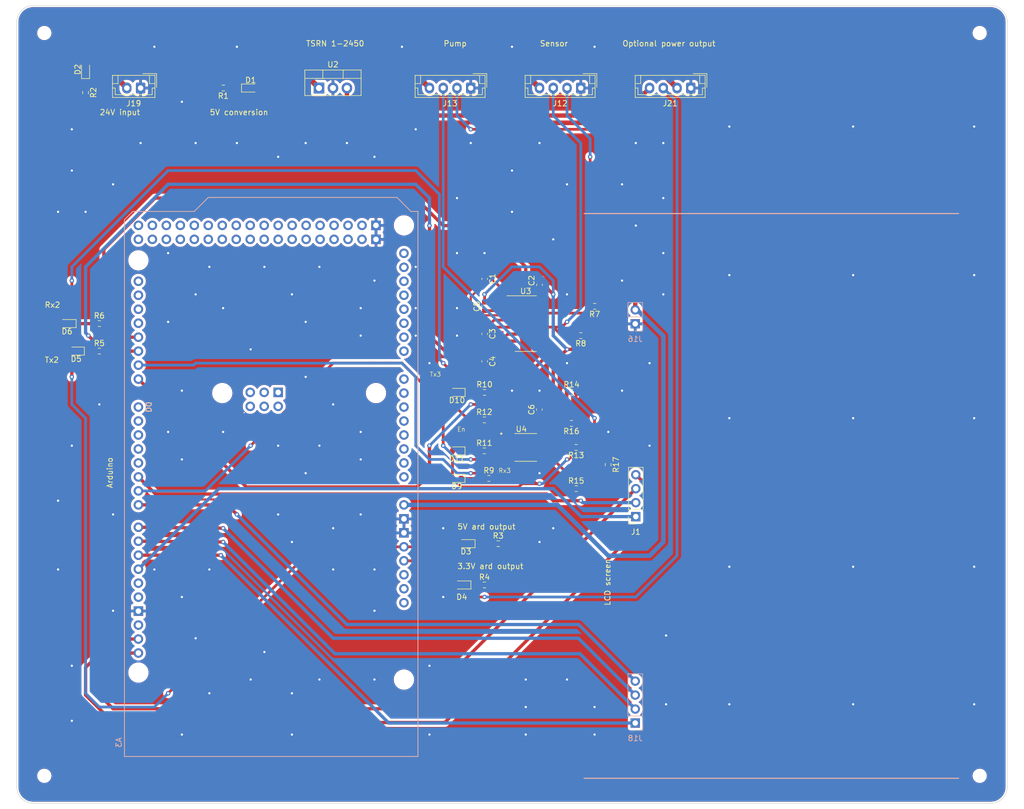
<source format=kicad_pcb>
(kicad_pcb (version 20221018) (generator pcbnew)
  (layers (0 "F.Cu" signal) (31 "B.Cu" signal) (34 "B.Paste" user) (35 "F.Paste" user) (36 "B.SilkS" user "B.Silkscreen") (37 "F.SilkS" user "F.Silkscreen") (38 "B.Mask" user) (39 "F.Mask" user) (44 "Edge.Cuts" user))
  (net 0 "")
  (net 1 "GND")
  (net 2 "/5Vard")
  (net 3 "/Rx2")
  (net 4 "/Tx2")
  (net 34 "/Tx3")
  (net 35 "/Rx3")
  (net 75 "/RES")
  (net 76 "/TxS")
  (net 77 "/RxS")
  (net 78 "+24V")
  (net 79 "/SCL")
  (net 80 "/SDA")
  (net 81 "Net-(D1-K)")
  (net 82 "Net-(D2-K)")
  (net 83 "Net-(D3-K)")
  (net 84 "Net-(D4-K)")
  (net 85 "+3.3V")
  (net 86 "/EN485")
  (net 87 "/Y0")
  (net 88 "/Y1")
  (net 89 "/Y2")
  (net 90 "/Y3")
  (net 91 "/5VExt")
  (net 94 "Net-(U3-C1+)")
  (net 95 "Net-(U3-C1-)")
  (net 96 "Net-(U3-C2+)")
  (net 97 "Net-(U3-C2-)")
  (net 98 "Net-(U3-VS-)")
  (net 99 "Net-(U3-VS+)")
  (net 100 "Net-(D5-K)")
  (net 101 "Net-(D6-K)")
  (net 102 "Net-(D9-K)")
  (net 103 "Net-(D10-K)")
  (net 104 "Net-(D11-K)")
  (net 105 "/SA0")
  (net 106 "/D+")
  (net 107 "/D-")
  (net 108 "/RS435adapter/D+chip")
  (net 109 "/RS435adapter/D-chip")
  (footprint "Connector_JST:JST_EH_B2B-EH-A_1x02_P2.50mm_Vertical" (layer "F.Cu") (at 197.5 87 180)
    (fp_text reference "J19")
    (fp_text value "Ext. versorgung conn")
  )
  (footprint "Package_TO_SOT_THT:TO-220-3_Vertical" (layer "F.Cu") (at 229.92 87)
    (fp_text reference "U2")
    (fp_text value "L7805")
  )
  (footprint "Resistor_SMD:R_0603_1608Metric" (layer "F.Cu") (at 276.65 152.313 180)
    (fp_text reference "R13")
    (fp_text value "4.7k")
  )
  (footprint "Connector_JST:JST_EH_B4B-EH-A_1x04_P2.50mm_Vertical" (layer "F.Cu") (at 277.5 87 180)
    (fp_text reference "J12")
    (fp_text value "Sensor")
  )
  (footprint "Resistor_SMD:R_0603_1608Metric" (layer "F.Cu") (at 190 129.813)
    (fp_text reference "R6")
    (fp_text value "1k")
  )
  (footprint "LED_SMD:LED_0603_1608Metric_Pad1.05x0.95mm_HandSolder" (layer "F.Cu") (at 184.125 129.813 180)
    (fp_text reference "D6")
    (fp_text value "LED")
  )
  (footprint "Capacitor_SMD:C_0603_1608Metric" (layer "F.Cu") (at 260.025 126.678 90)
    (fp_text reference "C5")
    (fp_text value "0.1u")
  )
  (footprint "LED_SMD:LED_0603_1608Metric_Pad1.05x0.95mm_HandSolder" (layer "F.Cu") (at 256.625 169.813 180)
    (fp_text reference "D3")
    (fp_text value "LED")
  )
  (footprint "Resistor_SMD:R_0603_1608Metric_Pad0.98x0.95mm_HandSolder" (layer "F.Cu") (at 260 177.313)
    (fp_text reference "R4")
    (fp_text value "1k")
  )
  (footprint "Capacitor_SMD:C_0603_1608Metric" (layer "F.Cu") (at 260.025 121.678 -90)
    (fp_text reference "C1")
    (fp_text value "0.1u")
  )
  (footprint "Package_SO:SOIC-16_3.9x9.9mm_P1.27mm" (layer "F.Cu") (at 267.5 129.813)
    (fp_text reference "U3")
    (fp_text value "MAX3232")
  )
  (footprint "LED_SMD:LED_0603_1608Metric" (layer "F.Cu") (at 254.975 152.948 180)
    (fp_text reference "D11")
    (fp_text value "LED")
  )
  (footprint "MountingHole:MountingHole_2.1mm" (layer "F.Cu") (at 180 77)
    (fp_text reference "REF**" hide)
    (fp_text value "MountingHole_2.1mm")
  )
  (footprint "Resistor_SMD:R_0603_1608Metric_Pad0.98x0.95mm_HandSolder" (layer "F.Cu") (at 262.5 169.813)
    (fp_text reference "R3")
    (fp_text value "1k")
  )
  (footprint "Resistor_SMD:R_0603_1608Metric" (layer "F.Cu") (at 275.825 142.313)
    (fp_text reference "R14")
    (fp_text value "4.7k")
  )
  (footprint "Resistor_SMD:R_0603_1608Metric" (layer "F.Cu") (at 260.8 157.948)
    (fp_text reference "R9")
    (fp_text value "1k")
  )
  (footprint "Resistor_SMD:R_0603_1608Metric_Pad0.98x0.95mm_HandSolder" (layer "F.Cu") (at 212.5375 87 180)
    (fp_text reference "R1")
    (fp_text value "1k")
  )
  (footprint "Resistor_SMD:R_0603_1608Metric" (layer "F.Cu") (at 277.5 132 180)
    (fp_text reference "R8")
    (fp_text value "4.7k")
  )
  (footprint "LED_SMD:LED_0603_1608Metric" (layer "F.Cu") (at 185.7875 134.813 180)
    (fp_text reference "D5")
    (fp_text value "LED")
  )
  (footprint "Resistor_SMD:R_0603_1608Metric" (layer "F.Cu") (at 259.975 152.948)
    (fp_text reference "R11")
    (fp_text value "1k")
  )
  (footprint "LED_SMD:LED_0603_1608Metric" (layer "F.Cu") (at 255 142.313 180)
    (fp_text reference "D10")
    (fp_text value "LED")
  )
  (footprint "MountingHole:MountingHole_2.1mm" (layer "F.Cu") (at 350 212)
    (fp_text reference "REF**" hide)
    (fp_text value "MountingHole_2.1mm")
  )
  (footprint "MountingHole:MountingHole_2.1mm" (layer "F.Cu") (at 350 77)
    (fp_text reference "REF**" hide)
    (fp_text value "MountingHole_2.1mm")
  )
  (footprint "Capacitor_SMD:C_0603_1608Metric" (layer "F.Cu") (at 270 122.775 90)
    (fp_text reference "C2")
    (fp_text value ".1u")
  )
  (footprint "LED_SMD:LED_0603_1608Metric_Pad1.05x0.95mm_HandSolder" (layer "F.Cu") (at 217.5 87)
    (fp_text reference "D1")
    (fp_text value "LED")
  )
  (footprint "Resistor_SMD:R_0603_1608Metric" (layer "F.Cu") (at 259.975 147.313)
    (fp_text reference "R12")
    (fp_text value "10k")
  )
  (footprint "Resistor_SMD:R_0603_1608Metric" (layer "F.Cu") (at 260 142.313)
    (fp_text reference "R10")
    (fp_text value "1k")
  )
  (footprint "Connector_JST:JST_EH_B4B-EH-A_1x04_P2.50mm_Vertical" (layer "F.Cu") (at 297.5 87 180)
    (fp_text reference "J21")
    (fp_text value "Versorgung(opt)")
  )
  (footprint "Capacitor_SMD:C_0603_1608Metric" (layer "F.Cu") (at 269.975 145.448 90)
    (fp_text reference "C6")
    (fp_text value ".1u")
  )
  (footprint "Connector_PinSocket_2.54mm:PinSocket_1x04_P2.54mm_Vertical" (layer "F.Cu") (at 287.5 164.893 180)
    (fp_text reference "J1")
    (fp_text value "Comms")
  )
  (footprint "LED_SMD:LED_0603_1608Metric" (layer "F.Cu") (at 254.975 157.948 180)
    (fp_text reference "D9")
    (fp_text value "LED")
  )
  (footprint "LED_SMD:LED_0603_1608Metric_Pad1.05x0.95mm_HandSolder" (layer "F.Cu") (at 255.875 177.313 180)
    (fp_text reference "D4")
    (fp_text value "LED")
  )
  (footprint "Resistor_SMD:R_0603_1608Metric" (layer "F.Cu") (at 280.025 126.678 180)
    (fp_text reference "R7")
    (fp_text value "4.7k")
  )
  (footprint "LED_SMD:LED_0603_1608Metric_Pad1.05x0.95mm_HandSolder" (layer "F.Cu") (at 187.5 83.625 90)
    (fp_text reference "D2")
    (fp_text value "LED")
  )
  (footprint "Resistor_SMD:R_0603_1608Metric" (layer "F.Cu") (at 187.5 87.825 -90)
    (fp_text reference "R2")
    (fp_text value "1k")
  )
  (footprint "Capacitor_SMD:C_0603_1608Metric" (layer "F.Cu") (at 260.025 136.678 -90)
    (fp_text reference "C4")
    (fp_text value "0.1u")
  )
  (footprint "MAX485:SOIC127P600X175-8N" (layer "F.Cu") (at 267.5 152.313)
    (fp_text reference "U4")
    (fp_text value "MAX485ESA_T")
  )
  (footprint "Resistor_SMD:R_0603_1608Metric" (layer "F.Cu") (at 282.475 155.448 -90)
    (fp_text reference "R17")
    (fp_text value "120")
  )
  (footprint "Resistor_SMD:R_0603_1608Metric" (layer "F.Cu") (at 190 134.813)
    (fp_text reference "R5")
    (fp_text value "1k")
  )
  (footprint "Arduino:Arduino_Mega2560_R3_Shield" (layer "F.Cu") (at 247.9 208.48 90)
    (fp_text reference "A3")
    (fp_text value "Arduino_Mega2560_R3_Shield")
  )
  (footprint "Resistor_SMD:R_0603_1608Metric" (layer "F.Cu") (at 275.8 147.948 180)
    (fp_text reference "R16")
    (fp_text value "10")
  )
  (footprint "Resistor_SMD:R_0603_1608Metric" (layer "F.Cu") (at 276.675 159.813)
    (fp_text reference "R15")
    (fp_text value "10")
  )
  (footprint "MountingHole:MountingHole_2.1mm" (layer "F.Cu") (at 180 212)
    (fp_text reference "REF**" hide)
    (fp_text value "MountingHole_2.1mm")
  )
  (footprint "Capacitor_SMD:C_0603_1608Metric" (layer "F.Cu") (at 260.025 131.678 -90)
    (fp_text reference "C3")
    (fp_text value "0.1u")
  )
  (footprint "Connector_JST:JST_EH_B4B-EH-A_1x04_P2.50mm_Vertical" (layer "F.Cu") (at 257.5 87 180)
    (fp_text reference "J13")
    (fp_text value "Bomba")
  )
  (footprint "Connector_PinSocket_2.54mm:PinSocket_1x02_P2.54mm_Vertical" (layer "B.Cu") (at 287.398 129.853)
    (fp_text reference "J16")
    (fp_text value "Power")
  )
  (footprint "Connector_PinSocket_2.54mm:PinSocket_1x04_P2.54mm_Vertical" (layer "B.Cu") (at 287.398 202.407)
    (fp_text reference "J18")
    (fp_text value "Buttons")
  )
  (gr_line (start 346.174 212.45) (end 278.102 212.45) (stroke (width 0.2)) (layer "B.SilkS"))
  (gr_line (start 346.174 109.813) (end 278.102 109.813) (stroke (width 0.2)) (layer "B.SilkS"))
  (gr_arc (start 178 217) (mid 175.87868 216.12132) (end 175 214) (stroke (width 0.1)) (layer "Edge.Cuts"))
  (gr_arc (start 355 214) (mid 354.12132 216.12132) (end 352 217) (stroke (width 0.1)) (layer "Edge.Cuts"))
  (gr_arc (start 352 72) (mid 354.12132 72.87868) (end 355 75) (stroke (width 0.1)) (layer "Edge.Cuts"))
  (gr_line (start 355 75) (end 355 214) (stroke (width 0.1)) (layer "Edge.Cuts"))
  (gr_line (start 178 72) (end 352 72) (stroke (width 0.1)) (layer "Edge.Cuts"))
  (gr_line (start 352 217) (end 178 217) (stroke (width 0.1)) (layer "Edge.Cuts"))
  (gr_line (start 175 214) (end 175 75) (stroke (width 0.1)) (layer "Edge.Cuts"))
  (gr_arc (start 175 75) (mid 175.87868 72.87868) (end 178 72) (stroke (width 0.1)) (layer "Edge.Cuts"))
  (gr_text "Arduino" (at 192.5 159.813 90) (layer "F.SilkS") (effects (font (size 1 1)) (justify left bottom)))
  (gr_text "LCD screen" (at 282.953 181.151 90) (layer "F.SilkS") (effects (font (size 1 1)) (justify left bottom)))
  (gr_text "Tx2" (at 180 137) (layer "F.SilkS") (effects (font (size 1 1)) (justify left bottom)))
  (gr_text "Rx3" (at 262.5 157) (layer "F.SilkS") (effects (font (size 0.8 0.8) (thickness 0.1)) (justify left bottom)))
  (gr_text "Tx3" (at 250 139.5) (layer "F.SilkS") (effects (font (size 0.8 0.8) (thickness 0.1) bold) (justify left bottom)))
  (gr_text "24V input" (at 190 92) (layer "F.SilkS") (effects (font (size 1 1)) (justify left bottom)))
  (gr_text "5V ard output" (at 255 167.313) (layer "F.SilkS") (effects (font (size 1 1)) (justify left bottom)))
  (gr_text "Sensor\n" (at 270 79.5) (layer "F.SilkS") (effects (font (size 1 1)) (justify left bottom)))
  (gr_text "Optional power output\n" (at 285 79.5) (layer "F.SilkS") (effects (font (size 1 1)) (justify left bottom)))
  (gr_text "5V conversion" (at 210 92) (layer "F.SilkS") (effects (font (size 1 1)) (justify left bottom)))
  (gr_text "Pump\n" (at 252.5 79.5) (layer "F.SilkS") (effects (font (size 1 1)) (justify left bottom)))
  (gr_text "En" (at 255 149.5) (layer "F.SilkS") (effects (font (size 0.8 0.8) (thickness 0.1) bold) (justify left bottom)))
  (gr_text "3.3V ard output" (at 255 174.5) (layer "F.SilkS") (effects (font (size 1 1)) (justify left bottom)))
  (gr_text "Rx2" (at 180 127) (layer "F.SilkS") (effects (font (size 1 1)) (justify left bottom)))
  (gr_text "TSRN 1-2450" (at 227.5 79.5) (layer "F.SilkS") (effects (font (size 1 1)) (justify left bottom)))
  (segment (start 272.862 126.638) (end 275 124.5) (width 0.5) (layer "F.Cu") (net 1))
  (segment (start 269.975 126.638) (end 272.862 126.638) (width 0.5) (layer "F.Cu") (net 1))
  (segment (start 269.975 154.218) (end 269.975 156.975) (width 0.5) (layer "F.Cu") (net 1))
  (segment (start 269.975 156.975) (end 270 157) (width 0.5) (layer "F.Cu") (net 1))
  (via (at 247.5 94.5) (size 0.8) (drill 0.4) (layers "F.Cu" "B.Cu") (net 1))
  (via (at 265 79.5) (size 0.8) (drill 0.4) (layers "F.Cu" "B.Cu") (net 1))
  (via (at 210 174.5) (size 0.8) (drill 0.4) (layers "F.Cu" "B.Cu") (net 1))
  (via (at 250 192) (size 0.8) (drill 0.4) (layers "F.Cu" "B.Cu") (net 1))
  (via (at 190 144.5) (size 0.8) (drill 0.4) (layers "F.Cu" "B.Cu") (net 1))
  (via (at 327 121) (size 0.8) (drill 0.4) (layers "F.Cu" "B.Cu") (net 1))
  (via (at 185 152) (size 0.8) (drill 0.4) (layers "F.Cu" "B.Cu") (net 1))
  (via (at 217.5 134.5) (size 0.8) (drill 0.4) (layers "F.Cu" "B.Cu") (net 1))
  (via (at 290 152) (size 0.8) (drill 0.4) (layers "F.Cu" "B.Cu") (net 1))
  (via (at 304.5 199) (size 0.8) (drill 0.4) (layers "F.Cu" "B.Cu") (net 1))
  (via (at 227.5 139.5) (size 0.8) (drill 0.4) (layers "F.Cu" "B.Cu") (net 1))
  (via (at 260 117) (size 0.8) (drill 0.4) (layers "F.Cu" "B.Cu") (net 1))
  (via (at 247.5 127) (size 0.8) (drill 0.4) (layers "F.Cu" "B.Cu") (net 1))
  (via (at 202.5 129.5) (size 0.8) (drill 0.4) (layers "F.Cu" "B.Cu") (net 1))
  (via (at 237.5 132) (size 0.8) (drill 0.4) (layers "F.Cu" "B.Cu") (net 1))
  (via (at 240 122) (size 0.8) (drill 0.4) (layers "F.Cu" "B.Cu") (net 1))
  (via (at 230 119.5) (size 0.8) (drill 0.4) (layers "F.Cu" "B.Cu") (net 1))
  (via (at 267.5 199.5) (size 0.8) (drill 0.4) (layers "F.Cu" "B.Cu") (net 1))
  (via (at 200 174.5) (size 0.8) (drill 0.4) (layers "F.Cu" "B.Cu") (net 1))
  (via (at 327 147) (size 0.8) (drill 0.4) (layers "F.Cu" "B.Cu") (net 1))
  (via (at 185 202) (size 0.8) (drill 0.4) (layers "F.Cu" "B.Cu") (net 1))
  (via (at 197.5 97) (size 0.8) (drill 0.4) (layers "F.Cu" "B.Cu") (net 1))
  (via (at 287.5 97) (size 0.8) (drill 0.4) (layers "F.Cu" "B.Cu") (net 1))
  (via (at 272.5 167) (size 0.8) (drill 0.4) (layers "F.Cu" "B.Cu") (net 1))
  (via (at 304.5 121) (size 0.8) (drill 0.4) (layers "F.Cu" "B.Cu") (net 1))
  (via (at 232.5 167) (size 0.8) (drill 0.4) (layers "F.Cu" "B.Cu") (net 1))
  (via (at 252.5 179.5) (size 0.8) (drill 0.4) (layers "F.Cu" "B.Cu") (net 1))
  (via (at 349 121) (size 0.8) (drill 0.4) (layers "F.Cu" "B.Cu") (net 1))
  (via (at 287.5 112) (size 0.8) (drill 0.4) (layers "F.Cu" "B.Cu") (net 1))
  (via (at 182.5 109.5) (size 0.8) (drill 0.4) (layers "F.Cu" "B.Cu") (net 1))
  (via (at 207.5 124.5) (size 0.8) (drill 0.4) (layers "F.Cu" "B.Cu") (net 1))
  (via (at 230 152) (size 0.8) (drill 0.4) (layers "F.Cu" "B.Cu") (net 1))
  (via (at 282.5 149.5) (size 0.8) (drill 0.4) (layers "F.Cu" "B.Cu") (net 1))
  (via (at 205 204.5) (size 0.8) (drill 0.4) (layers "F.Cu" "B.Cu") (net 1))
  (via (at 215 97) (size 0.8) (drill 0.4) (layers "F.Cu" "B.Cu") (net 1))
  (via (at 210 197) (size 0.8) (drill 0.4) (layers "F.Cu" "B.Cu") (net 1))
  (via (at 205 154.5) (size 0.8) (drill 0.4) (layers "F.Cu" "B.Cu") (net 1))
  (via (at 225 124.5) (size 0.8) (drill 0.4) (layers "F.Cu" "B.Cu") (net 1))
  (via (at 304.5 94) (size 0.8) (drill 0.4) (layers "F.Cu" "B.Cu") (net 1))
  (via (at 293 199) (size 0.8) (drill 0.4) (layers "F.Cu" "B.Cu") (net 1))
  (via (at 280 199.5) (size 0.8) (drill 0.4) (layers "F.Cu" "B.Cu") (net 1))
  (via (at 292.5 107) (size 0.8) (drill 0.4) (layers "F.Cu" "B.Cu") (net 1))
  (via (at 222.5 152) (size 0.8) (drill 0.4) (layers "F.Cu" "B.Cu") (net 1))
  (via (at 207.5 187) (size 0.8) (drill 0.4) (layers "F.Cu" "B.Cu") (net 1))
  (via (at 275 104.5) (size 0.8) (drill 0.4) (layers "F.Cu" "B.Cu") (net 1))
  (via (at 275 137) (size 0.8) (drill 0.4) (layers "F.Cu" "B.Cu") (net 1))
  (via (at 210 119.5) (size 0.8) (drill 0.4) (layers "F.Cu" "B.Cu") (net 1))
  (via (at 205 142) (size 0.8) (drill 0.4) (layers "F.Cu" "B.Cu") (net 1))
  (via (at 267.5 194.5) (size 0.8) (drill 0.4) (layers "F.Cu" "B.Cu") (net 1))
  (via (at 225 204.5) (size 0.8) (drill 0.4) (layers "F.Cu" "B.Cu") (net 1))
  (via (at 255 127) (size 0.8) (drill 0.4) (layers "F.Cu" "B.Cu") (net 1))
  (via (at 240 194.5) (size 0.8) (drill 0.4) (layers "F.Cu" "B.Cu") (net 1))
  (via (at 200 79.5) (size 0.8) (drill 0.4) (layers "F.Cu" "B.Cu") (net 1))
  (via (at 250 204.5) (size 0.8) (drill 0.4) (layers "F.Cu" "B.Cu") (net 1))
  (via (at 222.5 99.5) (size 0.8) (drill 0.4) (layers "F.Cu" "B.Cu") (net 1))
  (via (at 265 142) (size 0.8) (drill 0.4) (layers "F.Cu" "B.Cu") (net 1))
  (via (at 185 102) (size 0.8) (drill 0.4) (layers "F.Cu" "B.Cu") (net 1))
  (via (at 182.5 162) (size 0.8) (drill 0.4) (layers "F.Cu" "B.Cu") (net 1))
  (via (at 304.5 174) (size 0.8) (drill 0.4) (layers "F.Cu" "B.Cu") (net 1))
  (via (at 232.5 144.5) (size 0.8) (drill 0.4) (layers "F.Cu" "B.Cu") (net 1))
  (via (at 212.5 127) (size 0.8) (drill 0.4) (layers "F.Cu" "B.Cu") (net 1))
  (via (at 230 194.5) (size 0.8) (drill 0.4) (layers "F.Cu" "B.Cu") (net 1))
  (via (at 292.5 117) (size 0.8) (drill 0.4) (layers "F.Cu" "B.Cu") (net 1))
  (via (at 237.5 149.5) (size 0.8) (drill 0.4) (layers "F.Cu" "B.Cu") (net 1))
  (via (at 292.5 97) (size 0.8) (drill 0.4) (layers "F.Cu" "B.Cu") (net 1))
  (via (at 349 199) (size 0.8) (drill 0.4) (layers "F.Cu" "B.Cu") (net 1))
  (via (at 207.5 97) (size 0.8) (drill 0.4) (layers "F.Cu" "B.Cu") (net 1))
  (via (at 220 189.5) (size 0.8) (drill 0.4) (layers "F.Cu" "B.Cu") (net 1))
  (via (at 257.5 97) (size 0.8) (drill 0.4) (layers "F.Cu" "B.Cu") (net 1))
  (via (at 247.5 119.5) (size 0.8) (drill 0.4) (layers "F.Cu" "B.Cu") (net 1))
  (via (at 270 169.5) (size 0.8) (drill 0.4) (layers "F.Cu" "B.Cu") (net 1))
  (via (at 349 147) (size 0.8) (drill 0.4) (layers "F.Cu" "B.Cu") (net 1))
  (via (at 349 94) (size 0.8) (drill 0.4) (layers "F.Cu" "B.Cu") (net 1))
  (via (at 275 124.5) (size 0.8) (drill 0.4) (layers "F.Cu" "B.Cu") (net 1))
  (via (at 250 137) (size 0.8) (drill 0.4) (layers "F.Cu" "B.Cu") (net 1))
  (via (at 212.5 149.5) (size 0.8) (drill 0.4) (layers "F.Cu" "B.Cu") (net 1))
  (via (at 285 122) (size 0.8) (drill 0.4) (layers "F.Cu" "B.Cu") (net 1))
  (via (at 237.5 154.5) (size 0.8) (drill 0.4) (layers "F.Cu" "B.Cu") (net 1))
  (via (at 202.5 117) (size 0.8) (drill 0.4) (layers "F.Cu" "B.Cu") (net 1))
  (via (at 327 174) (size 0.8) (drill 0.4) (layers "F.Cu" "B.Cu") (net 1))
  (via (at 270 157) (size 0.8) (drill 0.4) (layers "F.Cu" "B.Cu") (net 1))
  (via (at 267.5 204.5) (size 0.8) (drill 0.4) (layers "F.Cu" "B.Cu") (net 1))
  (via (at 255 132) (size 0.8) (drill 0.4) (layers "F.Cu" "B.Cu") (net 1))
  (via (at 280 79.5) (size 0.8) (drill 0.4) (layers "F.Cu" "B.Cu") (net 1))
  (via (at 255 107) (size 0.8) (drill 0.4) (layers "F.Cu" "B.Cu") (net 1))
  (via (at 252.5 167) (size 0.8) (drill 0.4) (layers "F.Cu" "B.Cu") (net 1))
  (via (at 327 199) (size 0.8) (drill 0.4) (layers "F.Cu" "B.Cu") (net 1))
  (via (at 192.5 104.5) (size 0.8) (drill 0.4) (layers "F.Cu" "B.Cu") (net 1))
  (via (at 285 104.5) (size 0.8) (drill 0.4) (layers "F.Cu" "B.Cu") (net 1))
  (via (at 187.5 109.5) (size 0.8) (drill 0.4) (layers "F.Cu" "B.Cu") (net 1))
  (via (at 232.5 174.5) (size 0.8) (drill 0.4) (layers "F.Cu" "B.Cu") (net 1))
  (via (at 205 89.5) (size 0.8) (drill 0.4) (layers "F.Cu" "B.Cu") (net 1))
  (via (at 293 186.5) (size 0.8) (drill 0.4) (layers "F.Cu" "B.Cu") (net 1))
  (via (at 240 182) (size 0.8) (drill 0.4) (layers "F.Cu" "B.Cu") (net 1))
  (via (at 215 79.5) (size 0.8) (drill 0.4) (layers "F.Cu" "B.Cu") (net 1))
  (via (at 185 94.5) (size 0.8) (drill 0.4) (layers "F.Cu" "B.Cu") (net 1))
  (via (at 192.5 164.5) (size 0.8) (drill 0.4) (layers "F.Cu" "B.Cu") (net 1))
  (via (at 240 99.5) (size 0.8) (drill 0.4) (layers "F.Cu" "B.Cu") (net 1))
  (via (at 245 79.5) (size 0.8) (drill 0.4) (layers "F.Cu" "B.Cu") (net 1))
  (via (at 225 197) (size 0.8) (drill 0.4) (layers "F.Cu" "B.Cu") (net 1))
  (via (at 247.5 132) (size 0.8) (drill 0.4) (layers "F.Cu" "B.Cu") (net 1))
  (via (at 227.5 97) (size 0.8) (drill 0.4) (layers "F.Cu" "B.Cu") (net 1))
  (via (at 327 94) (size 0.8) (drill 0.4) (layers "F.Cu" "B.Cu") (net 1))
  (via (at 290 137) (size 0.8) (drill 0.4) (layers "F.Cu" "B.Cu") (net 1))
  (via (at 265 109.5) (size 0.8) (drill 0.4) (layers "F.Cu" "B.Cu") (net 1))
  (via (at 270 142) (size 0.8) (drill 0.4) (layers "F.Cu" "B.Cu") (net 1))
  (via (at 192.5 182) (size 0.8) (drill 0.4) (layers "F.Cu" "B.Cu") (net 1))
  (via (at 227.5 129.5) (size 0.8) (drill 0.4) (layers "F.Cu" "B.Cu") (net 1))
  (via (at 217.5 194.5) (size 0.8) (drill 0.4) (layers "F.Cu" "B.Cu") (net 1))
  (via (at 220 119.5) (size 0.8) (drill 0.4) (layers "F.Cu" "B.Cu") (net 1))
  (via (at 292.5 124.5) (size 0.8) (drill 0.4) (layers "F.Cu" "B.Cu") (net 1))
  (via (at 349 174) (size 0.8) (drill 0.4) (layers "F.Cu" "B.Cu") (net 1))
  (via (at 235 97) (size 0.8) (drill 0.4) (layers "F.Cu" "B.Cu") (net 1))
  (via (at 304.5 147) (size 0.8) (drill 0.4) (layers "F.Cu" "B.Cu") (net 1))
  (via (at 185 192) (size 0.8) (drill 0.4) (layers "F.Cu" "B.Cu") (net 1))
  (via (at 225 169.5) (size 0.8) (drill 0.4) (layers "F.Cu" "B.Cu") (net 1))
  (via (at 182.5 174.5) (size 0.8) (drill 0.4) (layers "F.Cu" "B.Cu") (net 1))
  (via (at 255 117) (size 0.8) (drill 0.4) (layers "F.Cu" "B.Cu") (net 1))
  (via (at 275 194.5) (size 0.8) (drill 0.4) (layers "F.Cu" "B.Cu") (net 1))
  (via (at 205 179.5) (size 0.8) (drill 0.4) (layers "F.Cu" "B.Cu") (net 1))
  (via (at 237.5 164.5) (size 0.8) (drill 0.4) (layers "F.Cu" "B.Cu") (net 1))
  (via (at 240 174.5) (size 0.8) (drill 0.4) (layers "F.Cu" "B.Cu") (net 1))
  (via (at 280 204.5) (size 0.8) (drill 0.4) (layers "F.Cu" "B.Cu") (net 1))
  (via (at 270 97) (size 0.8) (drill 0.4) (layers "F.Cu" "B.Cu") (net 1))
  (via (at 227.5 157) (size 0.8) (drill 0.4) (layers "F.Cu" "B.Cu") (net 1))
  (via (at 272.5 114.5) (size 0.8) (drill 0.4) (layers "F.Cu" "B.Cu") (net 1))
  (via (at 265 102) (size 0.8) (drill 0.4) (layers "F.Cu" "B.Cu") (net 1))
  (via (at 202.5 149.5) (size 0.8) (drill 0.4) (layers "F.Cu" "B.Cu") (net 1))
  (via (at 237.5 127) (size 0.8) (drill 0.4) (layers "F.Cu" "B.Cu") (net 1))
  (via (at 285 142) (size 0.8) (drill 0.4) (layers "F.Cu" "B.Cu") (net 1))
  (via (at 222.5 164.5) (size 0.8) (drill 0.4) (layers "F.Cu" "B.Cu") (net 1))
  (segment (start 260.025 125.903) (end 260.025 124.525) (width 0.5) (layer "F.Cu") (net 2))
  (segment (start 275.825 134.5) (end 275 134.5) (width 0.6) (layer "F.Cu") (net 2))
  (segment (start 255.7395 159.5) (end 254.1875 157.948) (width 0.5) (layer "F.Cu") (net 2))
  (segment (start 252.5 137) (end 254.2125 138.7125) (width 0.5) (layer "F.Cu") (net 2))
  (segment (start 270 158.9135) (end 266.8365 158.9135) (width 0.5) (layer "F.Cu") (net 2))
  (segment (start 278.325 132) (end 275.825 134.5) (width 0.6) (layer "F.Cu") (net 2))
  (segment (start 270 125.343) (end 269.975 125.368) (width 0.6) (layer "F.Cu") (net 2))
  (segment (start 275 154.5) (end 275.288 154.5) (width 0.5) (layer "F.Cu") (net 2))
  (segment (start 260.025 124.525) (end 260 124.5) (width 0.5) (layer "F.Cu") (net 2))
  (segment (start 183.25 133.063) (end 185 134.813) (width 0.6) (layer "F.Cu") (net 2))
  (segment (start 280.85 128.65) (end 280.85 126.678) (width 0.6) (layer "F.Cu") (net 2))
  (segment (start 267.5 152) (end 269.092 150.408) (width 0.5) (layer "F.Cu") (net 2))
  (segment (start 254.1875 152.948) (end 254.1875 157.948) (width 0.5) (layer "F.Cu") (net 2))
  (segment (start 185 128.063) (end 183.25 129.813) (width 0.5) (layer "F.Cu") (net 2))
  (segment (start 270 123.55) (end 271.55 123.55) (width 0.6) (layer "F.Cu") (net 2))
  (segment (start 270 158.9135) (end 269.4135 158.9135) (width 0.5) (layer "F.Cu") (net 2))
  (segment (start 245.36 170.38) (end 229.12 170.38) (width 0.5) (layer "F.Cu") (net 2))
  (segment (start 270 123.55) (end 270 125.343) (width 0.6) (layer "F.Cu") (net 2))
  (segment (start 266.25 159.5) (end 255.7395 159.5) (width 0.5) (layer "F.Cu") (net 2))
  (segment (start 245.36 170.38) (end 255.183 170.38) (width 0.5) (layer "F.Cu") (net 2))
  (segment (start 278.325 132) (end 278.325 131.175) (width 0.6) (layer "F.Cu") (net 2))
  (segment (start 272.5 143.698) (end 269.975 146.223) (width 0.6) (layer "F.Cu") (net 2))
  (segment (start 257.10625 147.313) (end 259.15 147.313) (width 0.5) (layer "F.Cu") (net 2))
  (segment (start 254.1875 152.2755) (end 254.1875 152.948) (width 0.5) (layer "F.Cu") (net 2))
  (segment (start 259.15 147.313) (end 254.1875 152.2755) (width 0.5) (layer "F.Cu") (net 2))
  (segment (start 275 134.5) (end 272.5 137) (width 0.6) (layer "F.Cu") (net 2))
  (segment (start 278.325 131.175) (end 280.85 128.65) (width 0.6) (layer "F.Cu") (net 2))
  (segment (start 271.55 123.55) (end 272.5 124.5) (width 0.6) (layer "F.Cu") (net 2))
  (segment (start 269.092 150.408) (end 269.975 150.408) (width 0.5) (layer "F.Cu") (net 2))
  (segment (start 254.2125 142.313) (end 254.2125 144.41925) (width 0.5) (layer "F.Cu") (net 2))
  (segment (start 269.4135 158.9135) (end 267.5 157) (width 0.5) (layer "F.Cu") (net 2))
  (segment (start 275.288 154.5) (end 277.475 152.313) (width 0.5) (layer "F.Cu") (net 2))
  (segment (start 272.5 137) (end 272.5 143.698) (width 0.6) (layer "F.Cu") (net 2))
  (segment (start 183.25 129.813) (end 183.25 133.063) (width 0.6) (layer "F.Cu") (net 2))
  (segment (start 254.2125 144.41925) (end 257.10625 147.313) (width 0.5) (layer "F.Cu") (net 2))
  (segment (start 266.8365 158.9135) (end 266.25 159.5) (width 0.5) (layer "F.Cu") (net 2))
  (segment (start 185 122) (end 185 128.063) (width 0.5) (layer "F.Cu") (net 2))
  (segment (start 229.12 170.38) (end 202.5 197) (width 0.5) (layer "F.Cu") (net 2))
  (segment (start 255.183 170.38) (end 255.75 169.813) (width 0.5) (layer "F.Cu") (net 2))
  (segment (start 269.975 146.223) (end 269.975 150.408) (width 0.5) (layer "F.Cu") (net 2))
  (segment (start 254.2125 138.7125) (end 254.2125 142.313) (width 0.5) (layer "F.Cu") (net 2))
  (segment (start 185 134.813) (end 185 139.5) (width 0.6) (layer "F.Cu") (net 2))
  (segment (start 267.5 157) (end 267.5 152) (width 0.5) (layer "F.Cu") (net 2))
  (via (at 275 154.5) (size 0.8) (drill 0.4) (layers "F.Cu" "B.Cu") (net 2))
  (via (at 275 134.5) (size 0.8) (drill 0.4) (layers "F.Cu" "B.Cu") (net 2))
  (via (at 272.5 124.5) (size 0.8) (drill 0.4) (layers "F.Cu" "B.Cu") (net 2))
  (via (at 252.5 137) (size 0.8) (drill 0.4) (layers "F.Cu" "B.Cu") (net 2))
  (via (at 202.5 197) (size 0.8) (drill 0.4) (layers "F.Cu" "B.Cu") (net 2))
  (via (at 270 158.9135) (size 0.8) (drill 0.4) (layers "F.Cu" "B.Cu") (net 2))
  (via (at 185 122) (size 0.8) (drill 0.4) (layers "F.Cu" "B.Cu") (net 2))
  (via (at 260 124.5) (size 0.8) (drill 0.4) (layers "F.Cu" "B.Cu") (net 2))
  (via (at 185 139.5) (size 0.8) (drill 0.4) (layers "F.Cu" "B.Cu") (net 2))
  (segment (start 247.5 102) (end 202.5 102) (width 0.5) (layer "B.Cu") (net 2))
  (segment (start 185 119.5) (end 185 122) (width 0.5) (layer "B.Cu") (net 2))
  (segment (start 185 139.5) (end 185 144.5) (width 0.5) (layer "B.Cu") (net 2))
  (segment (start 270 158.9135) (end 270.5865 158.9135) (width 0.5) (layer "B.Cu") (net 2))
  (segment (start 251.8 106.3) (end 247.5 102) (width 0.5) (layer "B.Cu") (net 2))
  (segment (start 200 199.5) (end 202.5 197) (width 0.5) (layer "B.Cu") (net 2))
  (segment (start 270.5865 158.9135) (end 275 154.5) (width 0.5) (layer "B.Cu") (net 2))
  (segment (start 251.8 136.3) (end 251.8 106.3) (width 0.5) (layer "B.Cu") (net 2))
  (segment (start 260 124.5) (end 265 119.5) (width 0.5) (layer "B.Cu") (net 2))
  (segment (start 272.5 132) (end 275 134.5) (width 0.6) (layer "B.Cu") (net 2))
  (segment (start 187.5 147) (end 187.5 197) (width 0.5) (layer "B.Cu") (net 2))
  (segment (start 272.5 124.5) (end 272.5 132) (width 0.6) (layer "B.Cu") (net 2))
  (segment (start 272.5 122) (end 272.5 124.5) (width 0.5) (layer "B.Cu") (net 2))
  (segment (start 265 119.5) (end 270 119.5) (width 0.5) (layer "B.Cu") (net 2))
  (segment (start 202.5 102) (end 185 119.5) (width 0.5) (layer "B.Cu") (net 2))
  (segment (start 252.5 137) (end 251.8 136.3) (width 0.5) (layer "B.Cu") (net 2))
  (segment (start 185 144.5) (end 187.5 147) (width 0.5) (layer "B.Cu") (net 2))
  (segment (start 187.5 197) (end 190 199.5) (width 0.5) (layer "B.Cu") (net 2))
  (segment (start 190 199.5) (end 200 199.5) (width 0.5) (layer "B.Cu") (net 2))
  (segment (start 270 119.5) (end 272.5 122) (width 0.5) (layer "B.Cu") (net 2))
  (segment (start 252.5 112) (end 247.5 107) (width 0.6) (layer "F.Cu") (net 3))
  (segment (start 269.975 129.178) (end 269.350761 129.178) (width 0.6) (layer "F.Cu") (net 3))
  (segment (start 247.5 107) (end 200.131578 107) (width 0.6) (layer "F.Cu") (net 3))
  (segment (start 200.131578 107) (end 190.825 116.306578) (width 0.6) (layer "F.Cu") (net 3))
  (segment (start 193.292 132.28) (end 197.1 132.28) (width 0.6) (layer "F.Cu") (net 3))
  (segment (start 190.825 116.306578) (end 190.825 129.813) (width 0.6) (layer "F.Cu") (net 3))
  (segment (start 190.825 129.813) (end 193.292 132.28) (width 0.6) (layer "F.Cu") (net 3))
  (segment (start 269.350761 129.178) (end 267.5 127.327239) (width 0.6) (layer "F.Cu") (net 3))
  (segment (start 267.5 127.327239) (end 267.5 119.5) (width 0.6) (layer "F.Cu") (net 3))
  (segment (start 260 112) (end 252.5 112) (width 0.6) (layer "F.Cu") (net 3))
  (segment (start 267.5 119.5) (end 260 112) (width 0.6) (layer "F.Cu") (net 3))
  (segment (start 272.5 133.618761) (end 272.5 134.5) (width 0.6) (layer "F.Cu") (net 4))
  (segment (start 250 132) (end 250 112) (width 0.6) (layer "F.Cu") (net 4))
  (segment (start 272.5 134.5) (end 267.5 139.5) (width 0.6) (layer "F.Cu") (net 4))
  (segment (start 257.5 139.5) (end 250 132) (width 0.6) (layer "F.Cu") (net 4))
  (segment (start 267.5 139.5) (end 257.5 139.5) (width 0.6) (layer "F.Cu") (net 4))
  (segment (start 269.975 131.718) (end 270.599239 131.718) (width 0.6) (layer "F.Cu") (net 4))
  (segment (start 188.012 132) (end 190.825 134.813) (width 0.6) (layer "F.Cu") (net 4))
  (segment (start 197.1 134.82) (end 190.832 134.82) (width 0.6) (layer "F.Cu") (net 4))
  (segment (start 270.599239 131.718) (end 272.5 133.618761) (width 0.6) (layer "F.Cu") (net 4))
  (segment (start 190.832 134.82) (end 190.825 134.813) (width 0.6) (layer "F.Cu") (net 4))
  (via (at 188.012 132) (size 0.8) (drill 0.4) (layers "F.Cu" "B.Cu") (net 4))
  (via (at 250 112) (size 0.8) (drill 0.4) (layers "F.Cu" "B.Cu") (net 4))
  (segment (start 187.5 131.488) (end 187.5 119.5) (width 0.6) (layer "B.Cu") (net 4))
  (segment (start 187.5 119.5) (end 202.5 104.5) (width 0.6) (layer "B.Cu") (net 4))
  (segment (start 202.5 104.5) (end 247.5 104.5) (width 0.6) (layer "B.Cu") (net 4))
  (segment (start 247.5 104.5) (end 250 107) (width 0.6) (layer "B.Cu") (net 4))
  (segment (start 250 107) (end 250 112) (width 0.6) (layer "B.Cu") (net 4))
  (segment (start 188.012 132) (end 187.5 131.488) (width 0.6) (layer "B.Cu") (net 4))
  (segment (start 216.7 159.5) (end 247.734211 159.5) (width 0.6) (layer "F.Cu") (net 34))
  (segment (start 262.756 144.244) (end 265.025 146.513) (width 0.5) (layer "F.Cu") (net 34))
  (segment (start 262.5 144.5) (end 257.5 144.5) (width 0.5) (layer "F.Cu") (net 34))
  (segment (start 247.734211 159.5) (end 250 157.234211) (width 0.6) (layer "F.Cu") (net 34))
  (segment (start 197.1 139.9) (end 216.7 159.5) (width 0.6) (layer "F.Cu") (net 34))
  (segment (start 265.025 146.513) (end 265.025 150.408) (width 0.5) (layer "F.Cu") (net 34))
  (segment (start 250 157.234211) (end 250 152) (width 0.6) (layer "F.Cu") (net 34))
  (segment (start 260.825 142.313) (end 262.756 144.244) (width 0.5) (layer "F.Cu") (net 34))
  (segment (start 262.756 144.244) (end 262.5 144.5) (width 0.5) (layer "F.Cu") (net 34))
  (via (at 250 152) (size 0.8) (drill 0.4) (layers "F.Cu" "B.Cu") (net 34))
  (via (at 257.5 144.5) (size 0.8) (drill 0.4) (layers "F.Cu" "B.Cu") (net 34))
  (segment (start 257.5 144.5) (end 250 152) (width 0.5) (layer "B.Cu") (net 34))
  (segment (start 265.025 156.975) (end 264.052 157.948) (width 0.5) (layer "F.Cu") (net 35))
  (segment (start 264.052 157.948) (end 261.625 157.948) (width 0.5) (layer "F.Cu") (net 35))
  (segment (start 265.025 154.218) (end 265.025 156.975) (width 0.5) (layer "F.Cu") (net 35))
  (segment (start 261.625 157.948) (end 260.677 157) (width 0.5) (layer "F.Cu") (net 35))
  (segment (start 260.677 157) (end 257.5 157) (width 0.5) (layer "F.Cu") (net 35))
  (via (at 257.5 157) (size 0.8) (drill 0.4) (layers "F.Cu" "B.Cu") (net 35))
  (segment (start 247.5 152) (end 247.5 139.5) (width 0.5) (layer "B.Cu") (net 35))
  (segment (start 250 154.5) (end 247.5 152) (width 0.5) (layer "B.Cu") (net 35))
  (segment (start 255 157) (end 252.5 154.5) (width 0.5) (layer "B.Cu") (net 35))
  (segment (start 207.5 137) (end 207.14 137.36) (width 0.5) (layer "B.Cu") (net 35))
  (segment (start 207.14 137.36) (end 197.1 137.36) (width 0.5) (layer "B.Cu") (net 35))
  (segment (start 247.5 139.5) (end 245 137) (width 0.5) (layer "B.Cu") (net 35))
  (segment (start 252.5 154.5) (end 250 154.5) (width 0.5) (layer "B.Cu") (net 35))
  (segment (start 257.5 157) (end 255 157) (width 0.5) (layer "B.Cu") (net 35))
  (segment (start 245 137) (end 207.5 137) (width 0.5) (layer "B.Cu") (net 35))
  (segment (start 197.1 157.68) (end 200.208 160.788) (width 0.6) (layer "F.Cu") (net 75))
  (segment (start 272.5 162) (end 277.5 162) (width 0.6) (layer "F.Cu") (net 75))
  (segment (start 271.288 160.788) (end 272.5 162) (width 0.6) (layer "F.Cu") (net 75))
  (segment (start 200.208 160.788) (end 271.288 160.788) (width 0.6) (layer "F.Cu") (net 75))
  (via (at 277.5 162) (size 0.8) (drill 0.4) (layers "F.Cu" "B.Cu") (net 75))
  (segment (start 277.853 162.353) (end 287.5 162.353) (width 0.6) (layer "B.Cu") (net 75))
  (segment (start 277.5 162) (end 277.853 162.353) (width 0.6) (layer "B.Cu") (net 75))
  (segment (start 277.97 127.908) (end 279.2 126.678) (width 0.5) (layer "F.Cu") (net 76))
  (segment (start 269.975 127.908) (end 277.97 127.908) (width 0.5) (layer "F.Cu") (net 76))
  (segment (start 279.2 99.5) (end 279.2 126.678) (width 0.5) (layer "F.Cu") (net 76))
  (via (at 279.2 99.5) (size 0.8) (drill 0.4) (layers "F.Cu" "B.Cu") (net 76))
  (segment (start 279.2 96.2) (end 275 92) (width 0.5) (layer "B.Cu") (net 76))
  (segment (start 275 92) (end 275 87) (width 0.5) (layer "B.Cu") (net 76))
  (segment (start 279.2 99.5) (end 279.2 96.2) (width 0.5) (layer "B.Cu") (net 76))
  (segment (start 274.052 130.448) (end 275 129.5) (width 0.5) (layer "F.Cu") (net 77))
  (segment (start 274.052 132) (end 276.675 132) (width 0.5) (layer "F.Cu") (net 77))
  (segment (start 269.975 130.448) (end 272.5 130.448) (width 0.5) (layer "F.Cu") (net 77))
  (segment (start 272.5 130.448) (end 274.052 130.448) (width 0.5) (layer "F.Cu") (net 77))
  (segment (start 272.5 130.448) (end 274.052 132) (width 0.5) (layer "F.Cu") (net 77))
  (via (at 275 129.5) (size 0.8) (drill 0.4) (layers "F.Cu" "B.Cu") (net 77))
  (segment (start 277.5 97) (end 272.5 92) (width 0.5) (layer "B.Cu") (net 77))
  (segment (start 272.5 92) (end 272.5 87) (width 0.5) (layer "B.Cu") (net 77))
  (segment (start 277.5 127) (end 277.5 97) (width 0.5) (layer "B.Cu") (net 77))
  (segment (start 275 129.5) (end 277.5 127) (width 0.5) (layer "B.Cu") (net 77))
  (segment (start 265.75 82.75) (end 290.75 82.75) (width 1) (layer "F.Cu") (net 78))
  (segment (start 190.75 82.75) (end 225.67 82.75) (width 1) (layer "F.Cu") (net 78))
  (segment (start 290.75 82.75) (end 295 87) (width 1) (layer "F.Cu") (net 78))
  (segment (start 225.67 82.75) (end 245.75 82.75) (width 1) (layer "F.Cu") (net 78))
  (segment (start 190.75 82.75) (end 195 87) (width 1) (layer "F.Cu") (net 78))
  (segment (start 245.75 82.75) (end 265.75 82.75) (width 1) (layer "F.Cu") (net 78))
  (segment (start 225.67 82.75) (end 229.92 87) (width 1) (layer "F.Cu") (net 78))
  (segment (start 245.75 82.75) (end 250 87) (width 1) (layer "F.Cu") (net 78))
  (segment (start 187.5 82.75) (end 190.75 82.75) (width 1) (layer "F.Cu") (net 78))
  (segment (start 265.75 82.75) (end 270 87) (width 1) (layer "F.Cu") (net 78))
  (segment (start 247.5 199.813) (end 287.5 159.813) (width 0.6) (layer "F.Cu") (net 79))
  (segment (start 190 197.313) (end 192.5 199.813) (width 0.6) (layer "F.Cu") (net 79))
  (segment (start 192.5 199.813) (end 247.5 199.813) (width 0.6) (layer "F.Cu") (net 79))
  (segment (start 190 192.313) (end 190 197.313) (width 0.6) (layer "F.Cu") (net 79))
  (segment (start 192.629 189.684) (end 190 192.313) (width 0.6) (layer "F.Cu") (net 79))
  (segment (start 197.1 189.684) (end 192.629 189.684) (width 0.6) (layer "F.Cu") (net 79))
  (segment (start 290 159.773) (end 287.5 157.273) (width 0.6) (layer "F.Cu") (net 80))
  (segment (start 252.78 202.313) (end 285.28 169.813) (width 0.6) (layer "F.Cu") (net 80))
  (segment (start 290 167.453) (end 290 159.773) (width 0.6) (layer "F.Cu") (net 80))
  (segment (start 287.64 169.813) (end 290 167.453) (width 0.6) (layer "F.Cu") (net 80))
  (segment (start 285.28 169.813) (end 287.64 169.813) (width 0.6) (layer "F.Cu") (net 80))
  (segment (start 192.669 187.144) (end 187.5 192.313) (width 0.6) (layer "F.Cu") (net 80))
  (segment (start 187.5 192.313) (end 187.5 197.313) (width 0.6) (layer "F.Cu") (net 80))
  (segment (start 192.5 202.313) (end 252.78 202.313) (width 0.6) (layer "F.Cu") (net 80))
  (segment (start 197.1 187.144) (end 192.669 187.144) (width 0.6) (layer "F.Cu") (net 80))
  (segment (start 187.5 197.313) (end 192.5 202.313) (width 0.6) (layer "F.Cu") (net 80))
  (segment (start 213.45 87) (end 216.625 87) (width 0.5) (layer "F.Cu") (net 81))
  (segment (start 187.5 84.5) (end 187.5 87) (width 0.5) (layer "F.Cu") (net 82))
  (segment (start 261.5875 169.813) (end 257.5 169.813) (width 0.5) (layer "F.Cu") (net 83))
  (segment (start 256.75 177.313) (end 259.0875 177.313) (width 0.5) (layer "F.Cu") (net 84))
  (segment (start 255 177.313) (end 257.187 179.5) (width 0.5) (layer "F.Cu") (net 85))
  (segment (start 245.36 172.92) (end 250.607 172.92) (width 0.5) (layer "F.Cu") (net 85))
  (segment (start 250.607 172.92) (end 255 177.313) (width 0.5) (layer "F.Cu") (net 85))
  (segment (start 257.187 179.5) (end 260 179.5) (width 0.5) (layer "F.Cu") (net 85))
  (via (at 260 179.5) (size 0.8) (drill 0.4) (layers "F.Cu" "B.Cu") (net 85))
  (segment (start 260 179.5) (end 287.5 179.5) (width 0.5) (layer "B.Cu") (net 85))
  (segment (start 295 172) (end 295 89.5) (width 0.5) (layer "B.Cu") (net 85))
  (segment (start 295 89.5) (end 292.5 87) (width 0.5) (layer "B.Cu") (net 85))
  (segment (start 287.5 179.5) (end 295 172) (width 0.5) (layer "B.Cu") (net 85))
  (segment (start 260.8 152.948) (end 262.5 152.948) (width 0.5) (layer "F.Cu") (net 86))
  (segment (start 252.5 152) (end 252.5 144.5) (width 0.5) (layer "F.Cu") (net 86))
  (segment (start 260.948 154.5) (end 257.5 154.5) (width 0.5) (layer "F.Cu") (net 86))
  (segment (start 263.77 151.678) (end 262.5 152.948) (width 0.6) (layer "F.Cu") (net 86))
  (segment (start 260.8 147.313) (end 260.8 152.948) (width 0.5) (layer "F.Cu") (net 86))
  (segment (start 232.5 137) (end 217.5 152) (width 0.5) (layer "F.Cu") (net 86))
  (segment (start 240 137) (end 232.5 137) (width 0.5) (layer "F.Cu") (net 86))
  (segment (start 262.5 152.948) (end 260.948 154.5) (width 0.5) (layer "F.Cu") (net 86))
  (segment (start 252.5 144.5) (end 245 137) (width 0.5) (layer "F.Cu") (net 86))
  (segment (start 262.5 152.948) (end 265.025 152.948) (width 0.5) (layer "F.Cu") (net 86))
  (segment (start 265.025 151.678) (end 263.77 151.678) (width 0.6) (layer "F.Cu") (net 86))
  (segment (start 242.5 137) (end 240 137) (width 0.5) (layer "F.Cu") (net 86))
  (segment (start 245 137) (end 242.5 137) (width 0.5) (layer "F.Cu") (net 86))
  (via (at 257.5 154.5) (size 0.8) (drill 0.4) (layers "F.Cu" "B.Cu") (net 86))
  (via (at 217.5 152) (size 0.8) (drill 0.4) (layers "F.Cu" "B.Cu") (net 86))
  (via (at 252.5 152) (size 0.8) (drill 0.4) (layers "F.Cu" "B.Cu") (net 86))
  (segment (start 257.5 154.5) (end 255 154.5) (width 0.5) (layer "B.Cu") (net 86))
  (segment (start 217.5 152) (end 209.28 160.22) (width 0.5) (layer "B.Cu") (net 86))
  (segment (start 255 154.5) (end 252.5 152) (width 0.5) (layer "B.Cu") (net 86))
  (segment (start 209.28 160.22) (end 197.1 160.22) (width 0.5) (layer "B.Cu") (net 86))
  (segment (start 197.1 162.76) (end 212.5 162.76) (width 0.6) (layer "F.Cu") (net 87))
  (segment (start 212.5 162.76) (end 213.26 162.76) (width 0.6) (layer "F.Cu") (net 87))
  (segment (start 213.26 162.76) (end 215 164.5) (width 0.6) (layer "F.Cu") (net 87))
  (via (at 215 164.5) (size 0.8) (drill 0.4) (layers "F.Cu" "B.Cu") (net 87))
  (segment (start 235 184.5) (end 277.111 184.5) (width 0.6) (layer "B.Cu") (net 87))
  (segment (start 215 164.5) (end 235 184.5) (width 0.6) (layer "B.Cu") (net 87))
  (segment (start 277.111 184.5) (end 287.398 194.787) (width 0.6) (layer "B.Cu") (net 87))
  (segment (start 197.1 166.824) (end 212.5 167) (width 0.6) (layer "F.Cu") (net 88))
  (via (at 212.5 167) (size 0.8) (drill 0.4) (layers "F.Cu" "B.Cu") (net 88))
  (segment (start 232.5 187) (end 277.071 187) (width 0.6) (layer "B.Cu") (net 88))
  (segment (start 277.071 187) (end 287.398 197.327) (width 0.6) (layer "B.Cu") (net 88))
  (segment (start 212.5 167) (end 232.5 187) (width 0.6) (layer "B.Cu") (net 88))
  (segment (start 197.1 169.364) (end 212.5 169.5) (width 0.6) (layer "F.Cu") (net 89))
  (via (at 212.5 169.5) (size 0.8) (drill 0.4) (layers "F.Cu" "B.Cu") (net 89))
  (segment (start 277.344 189.813) (end 287.398 199.867) (width 0.6) (layer "B.Cu") (net 89))
  (segment (start 212.5 169.5) (end 232.813 189.813) (width 0.6) (layer "B.Cu") (net 89))
  (segment (start 232.813 189.813) (end 277.344 189.813) (width 0.6) (layer "B.Cu") (net 89))
  (segment (start 197.1 171.904) (end 212.091 171.904) (width 0.6) (layer "F.Cu") (net 90))
  (via (at 212.091 171.904) (size 0.8) (drill 0.4) (layers "F.Cu" "B.Cu") (net 90))
  (segment (start 242.594 202.407) (end 287.398 202.407) (width 0.6) (layer "B.Cu") (net 90))
  (segment (start 212.091 171.904) (end 242.594 202.407) (width 0.6) (layer "B.Cu") (net 90))
  (segment (start 287.5 92) (end 290 94.5) (width 0.8) (layer "F.Cu") (net 91))
  (segment (start 287.398 124.602) (end 287.398 127.313) (width 0.8) (layer "F.Cu") (net 91))
  (segment (start 218.375 87) (end 223.375 92) (width 0.8) (layer "F.Cu") (net 91))
  (segment (start 285 92) (end 287.5 92) (width 0.8) (layer "F.Cu") (net 91))
  (segment (start 290 94.5) (end 290 122) (width 0.8) (layer "F.Cu") (net 91))
  (segment (start 223.375 92) (end 232.5 92) (width 0.8) (layer "F.Cu") (net 91))
  (segment (start 235 89.5) (end 235 87) (width 0.8) (layer "F.Cu") (net 91))
  (segment (start 285 92) (end 290 87) (width 0.8) (layer "F.Cu") (net 91))
  (segment (start 290 122) (end 287.398 124.602) (width 0.8) (layer "F.Cu") (net 91))
  (segment (start 232.5 92) (end 285 92) (width 0.8) (layer "F.Cu") (net 91))
  (segment (start 232.5 92) (end 235 89.5) (width 0.8) (layer "F.Cu") (net 91))
  (segment (start 290 172) (end 292.5 169.5) (width 0.8) (layer "B.Cu") (net 91))
  (segment (start 292.5 169.5) (end 292.5 132.055) (width 0.8) (layer "B.Cu") (net 91))
  (segment (start 273.26 162.76) (end 282.5 172) (width 0.8) (layer "B.Cu") (net 91))
  (segment (start 287.758 127.313) (end 287.398 127.313) (width 0.8) (layer "B.Cu") (net 91))
  (segment (start 245.36 162.76) (end 273.26 162.76) (width 0.8) (layer "B.Cu") (net 91))
  (segment (start 292.5 132.055) (end 287.758 127.313) (width 0.8) (layer "B.Cu") (net 91))
  (segment (start 282.5 172) (end 290 172) (width 0.8) (layer "B.Cu") (net 91))
  (segment (start 260.025 120.903) (end 260.56 120.903) (width 0.5) (layer "F.Cu") (net 94))
  (segment (start 260.56 120.903) (end 265.025 125.368) (width 0.5) (layer "F.Cu") (net 94))
  (segment (start 264.471472 127.908) (end 265.025 127.908) (width 0.5) (layer "F.Cu") (net 95))
  (segment (start 257.5 126.286883) (end 259.516117 128.303) (width 0.4) (layer "F.Cu") (net 95))
  (segment (start 264.63 128.303) (end 265.025 127.908) (width 0.4) (layer "F.Cu") (net 95))
  (segment (start 260.025 122.453) (end 257.5 124.978) (width 0.4) (layer "F.Cu") (net 95))
  (segment (start 257.5 124.978) (end 257.5 126.286883) (width 0.4) (layer "F.Cu") (net 95))
  (segment (start 259.516117 128.303) (end 264.63 128.303) (width 0.4) (layer "F.Cu") (net 95))
  (segment (start 260.025 130.903) (end 261.75 129.178) (width 0.5) (layer "F.Cu") (net 96))
  (segment (start 261.75 129.178) (end 265.025 129.178) (width 0.5) (layer "F.Cu") (net 96))
  (segment (start 262.03 130.448) (end 265.025 130.448) (width 0.5) (layer "F.Cu") (net 97))
  (segment (start 260.025 132.453) (end 262.03 130.448) (width 0.5) (layer "F.Cu") (net 97))
  (segment (start 264.21 131.718) (end 265.025 131.718) (width 0.5) (layer "F.Cu") (net 98))
  (segment (start 260.025 135.903) (end 264.21 131.718) (width 0.5) (layer "F.Cu") (net 98))
  (segment (start 262.36 127.453) (end 263.175 126.638) (width 0.5) (layer "F.Cu") (net 99))
  (segment (start 260.025 127.453) (end 262.36 127.453) (width 0.5) (layer "F.Cu") (net 99))
  (segment (start 263.175 126.638) (end 265.025 126.638) (width 0.5) (layer "F.Cu") (net 99))
  (segment (start 186.575 134.813) (end 189.175 134.813) (width 0.6) (layer "F.Cu") (net 100))
  (segment (start 185 129.813) (end 189.175 129.813) (width 0.6) (layer "F.Cu") (net 101))
  (segment (start 255.7625 157.948) (end 259.975 157.948) (width 0.5) (layer "F.Cu") (net 102))
  (segment (start 255.7875 142.313) (end 259.175 142.313) (width 0.5) (layer "F.Cu") (net 103))
  (segment (start 255.7625 152.948) (end 259.15 152.948) (width 0.5) (layer "F.Cu") (net 104))
  (segment (start 272.5 159.813) (end 277.58 164.893) (width 0.6) (layer "B.Cu") (net 105))
  (segment (start 197.1 174.444) (end 211.731 159.813) (width 0.6) (layer "B.Cu") (net 105))
  (segment (start 211.731 159.813) (end 272.5 159.813) (width 0.6) (layer "B.Cu") (net 105))
  (segment (start 277.58 164.893) (end 287.5 164.893) (width 0.6) (layer "B.Cu") (net 105))
  (segment (start 281.04 156.273) (end 282.475 156.273) (width 0.5) (layer "F.Cu") (net 106))
  (segment (start 277.5 159.813) (end 282.187 159.813) (width 0.5) (layer "F.Cu") (net 106))
  (segment (start 277.5 159.813) (end 281.04 156.273) (width 0.5) (layer "F.Cu") (net 106))
  (segment (start 285 147) (end 281.7 143.7) (width 0.5) (layer "F.Cu") (net 106))
  (segment (start 280 94.5) (end 257.5 94.5) (width 0.5) (layer "F.Cu") (net 106))
  (segment (start 281.7 96.2) (end 280 94.5) (width 0.5) (layer "F.Cu") (net 106))
  (segment (start 281.7 143.7) (end 281.7 96.2) (width 0.5) (layer "F.Cu") (net 106))
  (segment (start 285 157) (end 285 147) (width 0.5) (layer "F.Cu") (net 106))
  (segment (start 282.187 159.813) (end 285 157) (width 0.5) (layer "F.Cu") (net 106))
  (via (at 257.5 94.5) (size 0.8) (drill 0.4) (layers "F.Cu" "B.Cu") (net 106))
  (segment (start 257.5 94.5) (end 255 92) (width 0.5) (layer "B.Cu") (net 106))
  (segment (start 255 92) (end 255 87) (width 0.5) (layer "B.Cu") (net 106))
  (segment (start 276.625 147.948) (end 280.3385 151.6615) (width 0.5) (layer "F.Cu") (net 107))
  (segment (start 282.475 153.798) (end 282.475 154.623) (width 0.5) (layer "F.Cu") (net 107))
  (segment (start 280 151.323) (end 280 147) (width 0.5) (layer "F.Cu") (net 107))
  (segment (start 280.3385 151.6615) (end 280 151.323) (width 0.5) (layer "F.Cu") (net 107))
  (segment (start 280.3385 151.6615) (end 282.475 153.798) (width 0.5) (layer "F.Cu") (net 107))
  (via (at 280 147) (size 0.8) (drill 0.4) (layers "F.Cu" "B.Cu") (net 107))
  (segment (start 252.5 119.5) (end 252.5 87) (width 0.5) (layer "B.Cu") (net 107))
  (segment (start 280 147) (end 252.5 119.5) (width 0.5) (layer "B.Cu") (net 107))
  (segment (start 275.85 157.85) (end 270.948 152.948) (width 0.5) (layer "F.Cu") (net 108))
  (segment (start 270.948 152.948) (end 270 152.948) (width 0.5) (layer "F.Cu") (net 108))
  (segment (start 275.19 152.948) (end 270.948 152.948) (width 0.5) (layer "F.Cu") (net 108))
  (segment (start 275.825 152.313) (end 275.19 152.948) (width 0.5) (layer "F.Cu") (net 108))
  (segment (start 275.85 159.813) (end 275.85 157.85) (width 0.5) (layer "F.Cu") (net 108))
  (segment (start 275 142.313) (end 275 147.923) (width 0.5) (layer "F.Cu") (net 109))
  (segment (start 275 147.923) (end 274.975 147.948) (width 0.5) (layer "F.Cu") (net 109))
  (segment (start 269.975 151.678) (end 271.245 151.678) (width 0.5) (layer "F.Cu") (net 109))
  (segment (start 271.245 151.678) (end 274.975 147.948) (width 0.5) (layer "F.Cu") (net 109))
  (zone (net 1) (net_name "GND") (layers "F&B.Cu") (connect_pads (clearance 0.5)) (min_thickness 0.25) (fill yes (thermal_gap 0.5) (thermal_bridge_width 0.5))
    (polygon (pts (xy 174 71) (xy 174 218) (xy 356 218) (xy 356 71)))
  )
)
</source>
